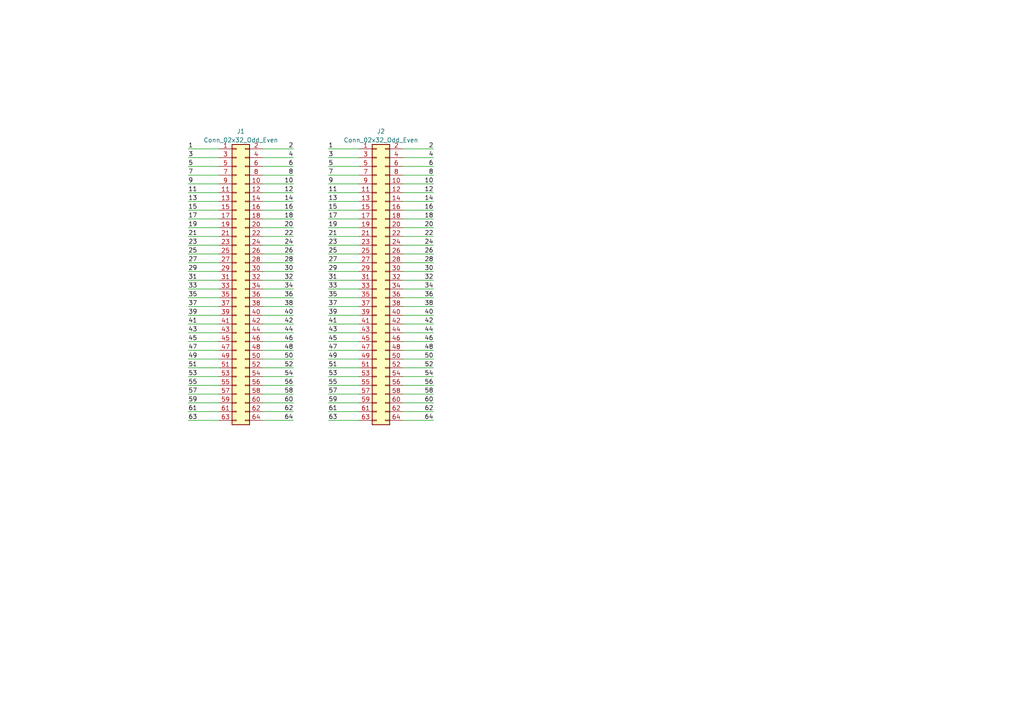
<source format=kicad_sch>
(kicad_sch (version 20230121) (generator eeschema)
  (paper "A4")
  (lib_symbols
    (symbol "Connector_Generic:Conn_02x32_Odd_Even" (pin_names (offset 1.016) hide)
      (property "Reference" "J" (at 1.27 40.64 0))
      (property "Value" "Conn_02x32_Odd_Even" (at 1.27 -43.18 0))
      (symbol "Conn_02x32_Odd_Even_1_1"
        (rectangle (start -1.27 -40.513) (end 0 -40.767) (stroke (width 0.1524)))
        (rectangle (start -1.27 -37.973) (end 0 -38.227) (stroke (width 0.1524)))
        (rectangle (start -1.27 -35.433) (end 0 -35.687) (stroke (width 0.1524)))
        (rectangle (start -1.27 -32.893) (end 0 -33.147) (stroke (width 0.1524)))
        (rectangle (start -1.27 -30.353) (end 0 -30.607) (stroke (width 0.1524)))
        (rectangle (start -1.27 -27.813) (end 0 -28.067) (stroke (width 0.1524)))
        (rectangle (start -1.27 -25.273) (end 0 -25.527) (stroke (width 0.1524)))
        (rectangle (start -1.27 -22.733) (end 0 -22.987) (stroke (width 0.1524)))
        (rectangle (start -1.27 -20.193) (end 0 -20.447) (stroke (width 0.1524)))
        (rectangle (start -1.27 -17.653) (end 0 -17.907) (stroke (width 0.1524)))
        (rectangle (start -1.27 -15.113) (end 0 -15.367) (stroke (width 0.1524)))
        (rectangle (start -1.27 -12.573) (end 0 -12.827) (stroke (width 0.1524)))
        (rectangle (start -1.27 -10.033) (end 0 -10.287) (stroke (width 0.1524)))
        (rectangle (start -1.27 -7.493) (end 0 -7.747) (stroke (width 0.1524)))
        (rectangle (start -1.27 -4.953) (end 0 -5.207) (stroke (width 0.1524)))
        (rectangle (start -1.27 -2.413) (end 0 -2.667) (stroke (width 0.1524)))
        (rectangle (start -1.27 0.127) (end 0 -0.127) (stroke (width 0.1524)))
        (rectangle (start -1.27 2.667) (end 0 2.413) (stroke (width 0.1524)))
        (rectangle (start -1.27 5.207) (end 0 4.953) (stroke (width 0.1524)))
        (rectangle (start -1.27 7.747) (end 0 7.493) (stroke (width 0.1524)))
        (rectangle (start -1.27 10.287) (end 0 10.033) (stroke (width 0.1524)))
        (rectangle (start -1.27 12.827) (end 0 12.573) (stroke (width 0.1524)))
        (rectangle (start -1.27 15.367) (end 0 15.113) (stroke (width 0.1524)))
        (rectangle (start -1.27 17.907) (end 0 17.653) (stroke (width 0.1524)))
        (rectangle (start -1.27 20.447) (end 0 20.193) (stroke (width 0.1524)))
        (rectangle (start -1.27 22.987) (end 0 22.733) (stroke (width 0.1524)))
        (rectangle (start -1.27 25.527) (end 0 25.273) (stroke (width 0.1524)))
        (rectangle (start -1.27 28.067) (end 0 27.813) (stroke (width 0.1524)))
        (rectangle (start -1.27 30.607) (end 0 30.353) (stroke (width 0.1524)))
        (rectangle (start -1.27 33.147) (end 0 32.893) (stroke (width 0.1524)))
        (rectangle (start -1.27 35.687) (end 0 35.433) (stroke (width 0.1524)))
        (rectangle (start -1.27 38.227) (end 0 37.973) (stroke (width 0.1524)))
        (rectangle (start -1.27 39.37) (end 3.81 -41.91) (stroke (width 0.254)) (fill (type background)))
        (rectangle (start 3.81 -40.513) (end 2.54 -40.767) (stroke (width 0.1524)))
        (rectangle (start 3.81 -37.973) (end 2.54 -38.227) (stroke (width 0.1524)))
        (rectangle (start 3.81 -35.433) (end 2.54 -35.687) (stroke (width 0.1524)))
        (rectangle (start 3.81 -32.893) (end 2.54 -33.147) (stroke (width 0.1524)))
        (rectangle (start 3.81 -30.353) (end 2.54 -30.607) (stroke (width 0.1524)))
        (rectangle (start 3.81 -27.813) (end 2.54 -28.067) (stroke (width 0.1524)))
        (rectangle (start 3.81 -25.273) (end 2.54 -25.527) (stroke (width 0.1524)))
        (rectangle (start 3.81 -22.733) (end 2.54 -22.987) (stroke (width 0.1524)))
        (rectangle (start 3.81 -20.193) (end 2.54 -20.447) (stroke (width 0.1524)))
        (rectangle (start 3.81 -17.653) (end 2.54 -17.907) (stroke (width 0.1524)))
        (rectangle (start 3.81 -15.113) (end 2.54 -15.367) (stroke (width 0.1524)))
        (rectangle (start 3.81 -12.573) (end 2.54 -12.827) (stroke (width 0.1524)))
        (rectangle (start 3.81 -10.033) (end 2.54 -10.287) (stroke (width 0.1524)))
        (rectangle (start 3.81 -7.493) (end 2.54 -7.747) (stroke (width 0.1524)))
        (rectangle (start 3.81 -4.953) (end 2.54 -5.207) (stroke (width 0.1524)))
        (rectangle (start 3.81 -2.413) (end 2.54 -2.667) (stroke (width 0.1524)))
        (rectangle (start 3.81 0.127) (end 2.54 -0.127) (stroke (width 0.1524)))
        (rectangle (start 3.81 2.667) (end 2.54 2.413) (stroke (width 0.1524)))
        (rectangle (start 3.81 5.207) (end 2.54 4.953) (stroke (width 0.1524)))
        (rectangle (start 3.81 7.747) (end 2.54 7.493) (stroke (width 0.1524)))
        (rectangle (start 3.81 10.287) (end 2.54 10.033) (stroke (width 0.1524)))
        (rectangle (start 3.81 12.827) (end 2.54 12.573) (stroke (width 0.1524)))
        (rectangle (start 3.81 15.367) (end 2.54 15.113) (stroke (width 0.1524)))
        (rectangle (start 3.81 17.907) (end 2.54 17.653) (stroke (width 0.1524)))
        (rectangle (start 3.81 20.447) (end 2.54 20.193) (stroke (width 0.1524)))
        (rectangle (start 3.81 22.987) (end 2.54 22.733) (stroke (width 0.1524)))
        (rectangle (start 3.81 25.527) (end 2.54 25.273) (stroke (width 0.1524)))
        (rectangle (start 3.81 28.067) (end 2.54 27.813) (stroke (width 0.1524)))
        (rectangle (start 3.81 30.607) (end 2.54 30.353) (stroke (width 0.1524)))
        (rectangle (start 3.81 33.147) (end 2.54 32.893) (stroke (width 0.1524)))
        (rectangle (start 3.81 35.687) (end 2.54 35.433) (stroke (width 0.1524)))
        (rectangle (start 3.81 38.227) (end 2.54 37.973) (stroke (width 0.1524)))
        (pin passive line (at -5.08 38.1 0) (length 3.81) (name "Pin_1") (number "1"))
        (pin passive line (at 7.62 27.94 180) (length 3.81) (name "Pin_10") (number "10"))
        (pin passive line (at -5.08 25.4 0) (length 3.81) (name "Pin_11") (number "11"))
        (pin passive line (at 7.62 25.4 180) (length 3.81) (name "Pin_12") (number "12"))
        (pin passive line (at -5.08 22.86 0) (length 3.81) (name "Pin_13") (number "13"))
        (pin passive line (at 7.62 22.86 180) (length 3.81) (name "Pin_14") (number "14"))
        (pin passive line (at -5.08 20.32 0) (length 3.81) (name "Pin_15") (number "15"))
        (pin passive line (at 7.62 20.32 180) (length 3.81) (name "Pin_16") (number "16"))
        (pin passive line (at -5.08 17.78 0) (length 3.81) (name "Pin_17") (number "17"))
        (pin passive line (at 7.62 17.78 180) (length 3.81) (name "Pin_18") (number "18"))
        (pin passive line (at -5.08 15.24 0) (length 3.81) (name "Pin_19") (number "19"))
        (pin passive line (at 7.62 38.1 180) (length 3.81) (name "Pin_2") (number "2"))
        (pin passive line (at 7.62 15.24 180) (length 3.81) (name "Pin_20") (number "20"))
        (pin passive line (at -5.08 12.7 0) (length 3.81) (name "Pin_21") (number "21"))
        (pin passive line (at 7.62 12.7 180) (length 3.81) (name "Pin_22") (number "22"))
        (pin passive line (at -5.08 10.16 0) (length 3.81) (name "Pin_23") (number "23"))
        (pin passive line (at 7.62 10.16 180) (length 3.81) (name "Pin_24") (number "24"))
        (pin passive line (at -5.08 7.62 0) (length 3.81) (name "Pin_25") (number "25"))
        (pin passive line (at 7.62 7.62 180) (length 3.81) (name "Pin_26") (number "26"))
        (pin passive line (at -5.08 5.08 0) (length 3.81) (name "Pin_27") (number "27"))
        (pin passive line (at 7.62 5.08 180) (length 3.81) (name "Pin_28") (number "28"))
        (pin passive line (at -5.08 2.54 0) (length 3.81) (name "Pin_29") (number "29"))
        (pin passive line (at -5.08 35.56 0) (length 3.81) (name "Pin_3") (number "3"))
        (pin passive line (at 7.62 2.54 180) (length 3.81) (name "Pin_30") (number "30"))
        (pin passive line (at -5.08 0 0) (length 3.81) (name "Pin_31") (number "31"))
        (pin passive line (at 7.62 0 180) (length 3.81) (name "Pin_32") (number "32"))
        (pin passive line (at -5.08 -2.54 0) (length 3.81) (name "Pin_33") (number "33"))
        (pin passive line (at 7.62 -2.54 180) (length 3.81) (name "Pin_34") (number "34"))
        (pin passive line (at -5.08 -5.08 0) (length 3.81) (name "Pin_35") (number "35"))
        (pin passive line (at 7.62 -5.08 180) (length 3.81) (name "Pin_36") (number "36"))
        (pin passive line (at -5.08 -7.62 0) (length 3.81) (name "Pin_37") (number "37"))
        (pin passive line (at 7.62 -7.62 180) (length 3.81) (name "Pin_38") (number "38"))
        (pin passive line (at -5.08 -10.16 0) (length 3.81) (name "Pin_39") (number "39"))
        (pin passive line (at 7.62 35.56 180) (length 3.81) (name "Pin_4") (number "4"))
        (pin passive line (at 7.62 -10.16 180) (length 3.81) (name "Pin_40") (number "40"))
        (pin passive line (at -5.08 -12.7 0) (length 3.81) (name "Pin_41") (number "41"))
        (pin passive line (at 7.62 -12.7 180) (length 3.81) (name "Pin_42") (number "42"))
        (pin passive line (at -5.08 -15.24 0) (length 3.81) (name "Pin_43") (number "43"))
        (pin passive line (at 7.62 -15.24 180) (length 3.81) (name "Pin_44") (number "44"))
        (pin passive line (at -5.08 -17.78 0) (length 3.81) (name "Pin_45") (number "45"))
        (pin passive line (at 7.62 -17.78 180) (length 3.81) (name "Pin_46") (number "46"))
        (pin passive line (at -5.08 -20.32 0) (length 3.81) (name "Pin_47") (number "47"))
        (pin passive line (at 7.62 -20.32 180) (length 3.81) (name "Pin_48") (number "48"))
        (pin passive line (at -5.08 -22.86 0) (length 3.81) (name "Pin_49") (number "49"))
        (pin passive line (at -5.08 33.02 0) (length 3.81) (name "Pin_5") (number "5"))
        (pin passive line (at 7.62 -22.86 180) (length 3.81) (name "Pin_50") (number "50"))
        (pin passive line (at -5.08 -25.4 0) (length 3.81) (name "Pin_51") (number "51"))
        (pin passive line (at 7.62 -25.4 180) (length 3.81) (name "Pin_52") (number "52"))
        (pin passive line (at -5.08 -27.94 0) (length 3.81) (name "Pin_53") (number "53"))
        (pin passive line (at 7.62 -27.94 180) (length 3.81) (name "Pin_54") (number "54"))
        (pin passive line (at -5.08 -30.48 0) (length 3.81) (name "Pin_55") (number "55"))
        (pin passive line (at 7.62 -30.48 180) (length 3.81) (name "Pin_56") (number "56"))
        (pin passive line (at -5.08 -33.02 0) (length 3.81) (name "Pin_57") (number "57"))
        (pin passive line (at 7.62 -33.02 180) (length 3.81) (name "Pin_58") (number "58"))
        (pin passive line (at -5.08 -35.56 0) (length 3.81) (name "Pin_59") (number "59"))
        (pin passive line (at 7.62 33.02 180) (length 3.81) (name "Pin_6") (number "6"))
        (pin passive line (at 7.62 -35.56 180) (length 3.81) (name "Pin_60") (number "60"))
        (pin passive line (at -5.08 -38.1 0) (length 3.81) (name "Pin_61") (number "61"))
        (pin passive line (at 7.62 -38.1 180) (length 3.81) (name "Pin_62") (number "62"))
        (pin passive line (at -5.08 -40.64 0) (length 3.81) (name "Pin_63") (number "63"))
        (pin passive line (at 7.62 -40.64 180) (length 3.81) (name "Pin_64") (number "64"))
        (pin passive line (at -5.08 30.48 0) (length 3.81) (name "Pin_7") (number "7"))
        (pin passive line (at 7.62 30.48 180) (length 3.81) (name "Pin_8") (number "8"))
        (pin passive line (at -5.08 27.94 0) (length 3.81) (name "Pin_9") (number "9"))
      )
    )
  )
  (wire (pts (xy 85.09 121.92) (xy 76.2 121.92)))
  (wire (pts (xy 85.09 55.88) (xy 76.2 55.88)))
  (wire (pts (xy 85.09 88.9) (xy 76.2 88.9)))
  (wire (pts (xy 95.25 86.36) (xy 104.14 86.36)))
  (wire (pts (xy 125.73 81.28) (xy 116.84 81.28)))
  (wire (pts (xy 125.73 71.12) (xy 116.84 71.12)))
  (wire (pts (xy 95.25 111.76) (xy 104.14 111.76)))
  (wire (pts (xy 95.25 50.8) (xy 104.14 50.8)))
  (wire (pts (xy 85.09 83.82) (xy 76.2 83.82)))
  (wire (pts (xy 85.09 50.8) (xy 76.2 50.8)))
  (wire (pts (xy 95.25 68.58) (xy 104.14 68.58)))
  (wire (pts (xy 95.25 93.98) (xy 104.14 93.98)))
  (wire (pts (xy 95.25 91.44) (xy 104.14 91.44)))
  (wire (pts (xy 95.25 43.18) (xy 104.14 43.18)))
  (wire (pts (xy 85.09 63.5) (xy 76.2 63.5)))
  (wire (pts (xy 54.61 109.22) (xy 63.5 109.22)))
  (wire (pts (xy 125.73 111.76) (xy 116.84 111.76)))
  (wire (pts (xy 125.73 43.18) (xy 116.84 43.18)))
  (wire (pts (xy 95.25 55.88) (xy 104.14 55.88)))
  (wire (pts (xy 54.61 53.34) (xy 63.5 53.34)))
  (wire (pts (xy 95.25 45.72) (xy 104.14 45.72)))
  (wire (pts (xy 125.73 48.26) (xy 116.84 48.26)))
  (wire (pts (xy 125.73 91.44) (xy 116.84 91.44)))
  (wire (pts (xy 85.09 71.12) (xy 76.2 71.12)))
  (wire (pts (xy 95.25 76.2) (xy 104.14 76.2)))
  (wire (pts (xy 85.09 73.66) (xy 76.2 73.66)))
  (wire (pts (xy 85.09 111.76) (xy 76.2 111.76)))
  (wire (pts (xy 95.25 60.96) (xy 104.14 60.96)))
  (wire (pts (xy 95.25 48.26) (xy 104.14 48.26)))
  (wire (pts (xy 85.09 116.84) (xy 76.2 116.84)))
  (wire (pts (xy 54.61 86.36) (xy 63.5 86.36)))
  (wire (pts (xy 85.09 119.38) (xy 76.2 119.38)))
  (wire (pts (xy 54.61 76.2) (xy 63.5 76.2)))
  (wire (pts (xy 85.09 96.52) (xy 76.2 96.52)))
  (wire (pts (xy 95.25 66.04) (xy 104.14 66.04)))
  (wire (pts (xy 85.09 60.96) (xy 76.2 60.96)))
  (wire (pts (xy 85.09 68.58) (xy 76.2 68.58)))
  (wire (pts (xy 95.25 114.3) (xy 104.14 114.3)))
  (wire (pts (xy 54.61 104.14) (xy 63.5 104.14)))
  (wire (pts (xy 125.73 106.68) (xy 116.84 106.68)))
  (wire (pts (xy 54.61 68.58) (xy 63.5 68.58)))
  (wire (pts (xy 54.61 43.18) (xy 63.5 43.18)))
  (wire (pts (xy 54.61 121.92) (xy 63.5 121.92)))
  (wire (pts (xy 54.61 99.06) (xy 63.5 99.06)))
  (wire (pts (xy 125.73 45.72) (xy 116.84 45.72)))
  (wire (pts (xy 85.09 58.42) (xy 76.2 58.42)))
  (wire (pts (xy 54.61 96.52) (xy 63.5 96.52)))
  (wire (pts (xy 95.25 121.92) (xy 104.14 121.92)))
  (wire (pts (xy 54.61 106.68) (xy 63.5 106.68)))
  (wire (pts (xy 54.61 91.44) (xy 63.5 91.44)))
  (wire (pts (xy 125.73 99.06) (xy 116.84 99.06)))
  (wire (pts (xy 85.09 93.98) (xy 76.2 93.98)))
  (wire (pts (xy 85.09 86.36) (xy 76.2 86.36)))
  (wire (pts (xy 95.25 104.14) (xy 104.14 104.14)))
  (wire (pts (xy 85.09 66.04) (xy 76.2 66.04)))
  (wire (pts (xy 85.09 43.18) (xy 76.2 43.18)))
  (wire (pts (xy 125.73 76.2) (xy 116.84 76.2)))
  (wire (pts (xy 125.73 96.52) (xy 116.84 96.52)))
  (wire (pts (xy 54.61 88.9) (xy 63.5 88.9)))
  (wire (pts (xy 95.25 96.52) (xy 104.14 96.52)))
  (wire (pts (xy 54.61 73.66) (xy 63.5 73.66)))
  (wire (pts (xy 54.61 63.5) (xy 63.5 63.5)))
  (wire (pts (xy 125.73 60.96) (xy 116.84 60.96)))
  (wire (pts (xy 54.61 114.3) (xy 63.5 114.3)))
  (wire (pts (xy 85.09 104.14) (xy 76.2 104.14)))
  (wire (pts (xy 95.25 101.6) (xy 104.14 101.6)))
  (wire (pts (xy 95.25 53.34) (xy 104.14 53.34)))
  (wire (pts (xy 125.73 109.22) (xy 116.84 109.22)))
  (wire (pts (xy 85.09 106.68) (xy 76.2 106.68)))
  (wire (pts (xy 125.73 55.88) (xy 116.84 55.88)))
  (wire (pts (xy 125.73 50.8) (xy 116.84 50.8)))
  (wire (pts (xy 54.61 93.98) (xy 63.5 93.98)))
  (wire (pts (xy 125.73 93.98) (xy 116.84 93.98)))
  (wire (pts (xy 95.25 99.06) (xy 104.14 99.06)))
  (wire (pts (xy 125.73 83.82) (xy 116.84 83.82)))
  (wire (pts (xy 85.09 99.06) (xy 76.2 99.06)))
  (wire (pts (xy 95.25 119.38) (xy 104.14 119.38)))
  (wire (pts (xy 95.25 73.66) (xy 104.14 73.66)))
  (wire (pts (xy 54.61 58.42) (xy 63.5 58.42)))
  (wire (pts (xy 95.25 83.82) (xy 104.14 83.82)))
  (wire (pts (xy 125.73 63.5) (xy 116.84 63.5)))
  (wire (pts (xy 85.09 101.6) (xy 76.2 101.6)))
  (wire (pts (xy 125.73 104.14) (xy 116.84 104.14)))
  (wire (pts (xy 125.73 86.36) (xy 116.84 86.36)))
  (wire (pts (xy 85.09 78.74) (xy 76.2 78.74)))
  (wire (pts (xy 125.73 116.84) (xy 116.84 116.84)))
  (wire (pts (xy 95.25 109.22) (xy 104.14 109.22)))
  (wire (pts (xy 54.61 81.28) (xy 63.5 81.28)))
  (wire (pts (xy 125.73 78.74) (xy 116.84 78.74)))
  (wire (pts (xy 54.61 50.8) (xy 63.5 50.8)))
  (wire (pts (xy 125.73 53.34) (xy 116.84 53.34)))
  (wire (pts (xy 85.09 91.44) (xy 76.2 91.44)))
  (wire (pts (xy 125.73 121.92) (xy 116.84 121.92)))
  (wire (pts (xy 85.09 109.22) (xy 76.2 109.22)))
  (wire (pts (xy 95.25 58.42) (xy 104.14 58.42)))
  (wire (pts (xy 54.61 60.96) (xy 63.5 60.96)))
  (wire (pts (xy 54.61 78.74) (xy 63.5 78.74)))
  (wire (pts (xy 54.61 66.04) (xy 63.5 66.04)))
  (wire (pts (xy 95.25 71.12) (xy 104.14 71.12)))
  (wire (pts (xy 125.73 114.3) (xy 116.84 114.3)))
  (wire (pts (xy 85.09 45.72) (xy 76.2 45.72)))
  (wire (pts (xy 85.09 48.26) (xy 76.2 48.26)))
  (wire (pts (xy 125.73 66.04) (xy 116.84 66.04)))
  (wire (pts (xy 85.09 114.3) (xy 76.2 114.3)))
  (wire (pts (xy 95.25 88.9) (xy 104.14 88.9)))
  (wire (pts (xy 85.09 76.2) (xy 76.2 76.2)))
  (wire (pts (xy 85.09 53.34) (xy 76.2 53.34)))
  (wire (pts (xy 85.09 81.28) (xy 76.2 81.28)))
  (wire (pts (xy 54.61 101.6) (xy 63.5 101.6)))
  (wire (pts (xy 54.61 111.76) (xy 63.5 111.76)))
  (wire (pts (xy 125.73 58.42) (xy 116.84 58.42)))
  (wire (pts (xy 54.61 71.12) (xy 63.5 71.12)))
  (wire (pts (xy 54.61 116.84) (xy 63.5 116.84)))
  (wire (pts (xy 54.61 45.72) (xy 63.5 45.72)))
  (wire (pts (xy 54.61 48.26) (xy 63.5 48.26)))
  (wire (pts (xy 95.25 63.5) (xy 104.14 63.5)))
  (wire (pts (xy 54.61 119.38) (xy 63.5 119.38)))
  (wire (pts (xy 125.73 73.66) (xy 116.84 73.66)))
  (wire (pts (xy 125.73 119.38) (xy 116.84 119.38)))
  (wire (pts (xy 125.73 68.58) (xy 116.84 68.58)))
  (wire (pts (xy 54.61 55.88) (xy 63.5 55.88)))
  (wire (pts (xy 125.73 88.9) (xy 116.84 88.9)))
  (wire (pts (xy 95.25 78.74) (xy 104.14 78.74)))
  (wire (pts (xy 95.25 81.28) (xy 104.14 81.28)))
  (wire (pts (xy 125.73 101.6) (xy 116.84 101.6)))
  (wire (pts (xy 95.25 106.68) (xy 104.14 106.68)))
  (wire (pts (xy 95.25 116.84) (xy 104.14 116.84)))
  (wire (pts (xy 54.61 83.82) (xy 63.5 83.82)))
  (label "48" (at 125.73 101.6 180))
  (label "14" (at 85.09 58.42 180))
  (label "16" (at 85.09 60.96 180))
  (label "31" (at 54.61 81.28 0))
  (label "49" (at 54.61 104.14 0))
  (label "39" (at 54.61 91.44 0))
  (label "37" (at 95.25 88.9 0))
  (label "13" (at 95.25 58.42 0))
  (label "17" (at 54.61 63.5 0))
  (label "43" (at 54.61 96.52 0))
  (label "51" (at 54.61 106.68 0))
  (label "30" (at 85.09 78.74 180))
  (label "25" (at 95.25 73.66 0))
  (label "59" (at 95.25 116.84 0))
  (label "30" (at 125.73 78.74 180))
  (label "21" (at 95.25 68.58 0))
  (label "34" (at 125.73 83.82 180))
  (label "26" (at 85.09 73.66 180))
  (label "34" (at 85.09 83.82 180))
  (label "52" (at 125.73 106.68 180))
  (label "42" (at 125.73 93.98 180))
  (label "7" (at 95.25 50.8 0))
  (label "20" (at 85.09 66.04 180))
  (label "46" (at 125.73 99.06 180))
  (label "46" (at 85.09 99.06 180))
  (label "37" (at 54.61 88.9 0))
  (label "48" (at 85.09 101.6 180))
  (label "19" (at 95.25 66.04 0))
  (label "57" (at 95.25 114.3 0))
  (label "41" (at 95.25 93.98 0))
  (label "18" (at 85.09 63.5 180))
  (label "32" (at 85.09 81.28 180))
  (label "27" (at 95.25 76.2 0))
  (label "11" (at 54.61 55.88 0))
  (label "63" (at 54.61 121.92 0))
  (label "43" (at 95.25 96.52 0))
  (label "17" (at 95.25 63.5 0))
  (label "10" (at 125.73 53.34 180))
  (label "55" (at 95.25 111.76 0))
  (label "58" (at 125.73 114.3 180))
  (label "62" (at 125.73 119.38 180))
  (label "4" (at 125.73 45.72 180))
  (label "25" (at 54.61 73.66 0))
  (label "50" (at 85.09 104.14 180))
  (label "28" (at 85.09 76.2 180))
  (label "16" (at 125.73 60.96 180))
  (label "40" (at 85.09 91.44 180))
  (label "11" (at 95.25 55.88 0))
  (label "47" (at 95.25 101.6 0))
  (label "51" (at 95.25 106.68 0))
  (label "62" (at 85.09 119.38 180))
  (label "1" (at 54.61 43.18 0))
  (label "3" (at 54.61 45.72 0))
  (label "61" (at 95.25 119.38 0))
  (label "54" (at 85.09 109.22 180))
  (label "2" (at 85.09 43.18 180))
  (label "36" (at 125.73 86.36 180))
  (label "9" (at 54.61 53.34 0))
  (label "60" (at 85.09 116.84 180))
  (label "61" (at 54.61 119.38 0))
  (label "29" (at 54.61 78.74 0))
  (label "18" (at 125.73 63.5 180))
  (label "44" (at 85.09 96.52 180))
  (label "56" (at 125.73 111.76 180))
  (label "41" (at 54.61 93.98 0))
  (label "45" (at 95.25 99.06 0))
  (label "9" (at 95.25 53.34 0))
  (label "50" (at 125.73 104.14 180))
  (label "8" (at 85.09 50.8 180))
  (label "28" (at 125.73 76.2 180))
  (label "59" (at 54.61 116.84 0))
  (label "6" (at 125.73 48.26 180))
  (label "55" (at 54.61 111.76 0))
  (label "58" (at 85.09 114.3 180))
  (label "31" (at 95.25 81.28 0))
  (label "45" (at 54.61 99.06 0))
  (label "23" (at 54.61 71.12 0))
  (label "10" (at 85.09 53.34 180))
  (label "15" (at 54.61 60.96 0))
  (label "32" (at 125.73 81.28 180))
  (label "24" (at 125.73 71.12 180))
  (label "52" (at 85.09 106.68 180))
  (label "14" (at 125.73 58.42 180))
  (label "3" (at 95.25 45.72 0))
  (label "19" (at 54.61 66.04 0))
  (label "6" (at 85.09 48.26 180))
  (label "64" (at 125.73 121.92 180))
  (label "8" (at 125.73 50.8 180))
  (label "13" (at 54.61 58.42 0))
  (label "49" (at 95.25 104.14 0))
  (label "29" (at 95.25 78.74 0))
  (label "63" (at 95.25 121.92 0))
  (label "40" (at 125.73 91.44 180))
  (label "38" (at 125.73 88.9 180))
  (label "35" (at 54.61 86.36 0))
  (label "47" (at 54.61 101.6 0))
  (label "22" (at 85.09 68.58 180))
  (label "57" (at 54.61 114.3 0))
  (label "12" (at 125.73 55.88 180))
  (label "7" (at 54.61 50.8 0))
  (label "15" (at 95.25 60.96 0))
  (label "27" (at 54.61 76.2 0))
  (label "24" (at 85.09 71.12 180))
  (label "4" (at 85.09 45.72 180))
  (label "64" (at 85.09 121.92 180))
  (label "53" (at 95.25 109.22 0))
  (label "23" (at 95.25 71.12 0))
  (label "26" (at 125.73 73.66 180))
  (label "60" (at 125.73 116.84 180))
  (label "22" (at 125.73 68.58 180))
  (label "2" (at 125.73 43.18 180))
  (label "5" (at 95.25 48.26 0))
  (label "35" (at 95.25 86.36 0))
  (label "44" (at 125.73 96.52 180))
  (label "54" (at 125.73 109.22 180))
  (label "1" (at 95.25 43.18 0))
  (label "20" (at 125.73 66.04 180))
  (label "33" (at 54.61 83.82 0))
  (label "56" (at 85.09 111.76 180))
  (label "12" (at 85.09 55.88 180))
  (label "36" (at 85.09 86.36 180))
  (label "39" (at 95.25 91.44 0))
  (label "42" (at 85.09 93.98 180))
  (label "53" (at 54.61 109.22 0))
  (label "21" (at 54.61 68.58 0))
  (label "5" (at 54.61 48.26 0))
  (label "38" (at 85.09 88.9 180))
  (label "33" (at 95.25 83.82 0))
  (symbol (lib_id "Connector_Generic:Conn_02x32_Odd_Even") (at 109.22 81.28 0) (unit 1)
    (property "Reference" "J2" (at 110.49 38.1 0))
    (property "Value" "Conn_02x32_Odd_Even" (at 110.49 40.64 0))
    (property "Footprint" "Connector_PinSocket_2.54mm:PinSocket_2x32_P2.54mm_Vertical" (effects hide))
  )
  (symbol (lib_id "Connector_Generic:Conn_02x32_Odd_Even") (at 68.58 81.28 0) (unit 1)
    (property "Reference" "J1" (at 69.85 38.1 0))
    (property "Value" "Conn_02x32_Odd_Even" (at 69.85 40.64 0))
    (property "Footprint" "Connector_PinSocket_2.54mm:PinSocket_2x32_P2.54mm_Vertical" (effects hide))
  )
)
</source>
